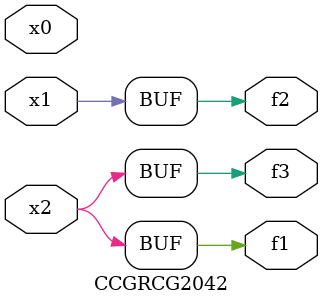
<source format=v>
module CCGRCG2042(
	input x0, x1, x2,
	output f1, f2, f3
);
	assign f1 = x2;
	assign f2 = x1;
	assign f3 = x2;
endmodule

</source>
